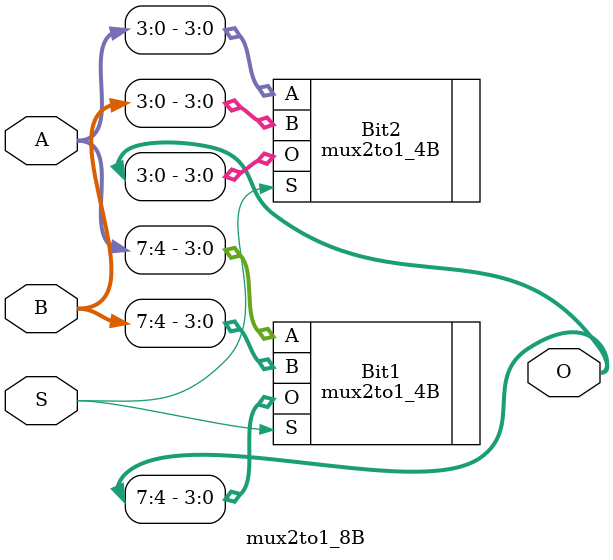
<source format=v>
module mux2to1_8B (S,A,B,O);
	input S;
	input [7:0] A,B;
	output [7:0] O;
	mux2to1_4B Bit1(.S(S), .A(A[7:4]),.B(B[7:4]),.O(O[7:4]));
	mux2to1_4B Bit2(.S(S), .A(A[3:0]),.B(B[3:0]),.O(O[3:0]));
endmodule

</source>
